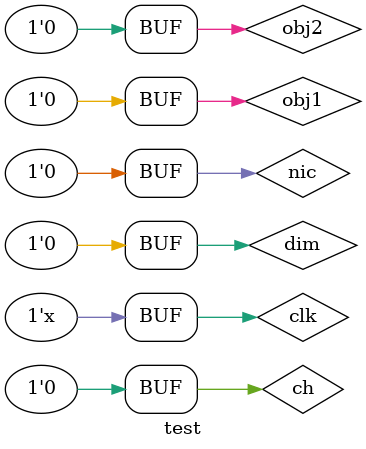
<source format=v>
`timescale 1ns / 1ps


module test;

	// Inputs
	reg nic;
	reg dim;
	reg obj1;
	reg obj2;
	reg ch;
	reg clk;

	// Outputs
	wire [3:0] coin;

	// Instantiate the Unit Under Test (UUT)
	vend uut (
		.nic(nic), 
		.dim(dim), 
		.obj1(obj1), 
		.obj2(obj2), 
		.ch(ch), 
		.coin(coin), 
		.clk(clk)
	);

	initial begin
		// Initialize Inputs
		nic = 0;
		dim = 0;
		obj1 = 0;
		obj2 = 0;
		ch = 0;
		clk = 0;

		// Wait 100 ns for global reset to finish
		#100;
		
		#50 nic=1;
		#50 nic=0;
		#50 nic=1;
		#50 nic=0;
		#50 nic=1;
		#50 nic=0;
		
		#50 obj1=1;
		#50 obj1=0;
		#50 ch=1;
		#50 ch=0;
		
		#50 nic=1;
		#50 nic=0;
		#50 dim=1;
		#50 dim=0;
		#50 obj2=1;
		#50 obj2=0;
		

	end
	
	always begin
	#1 clk=~clk;
	end
      
endmodule


</source>
